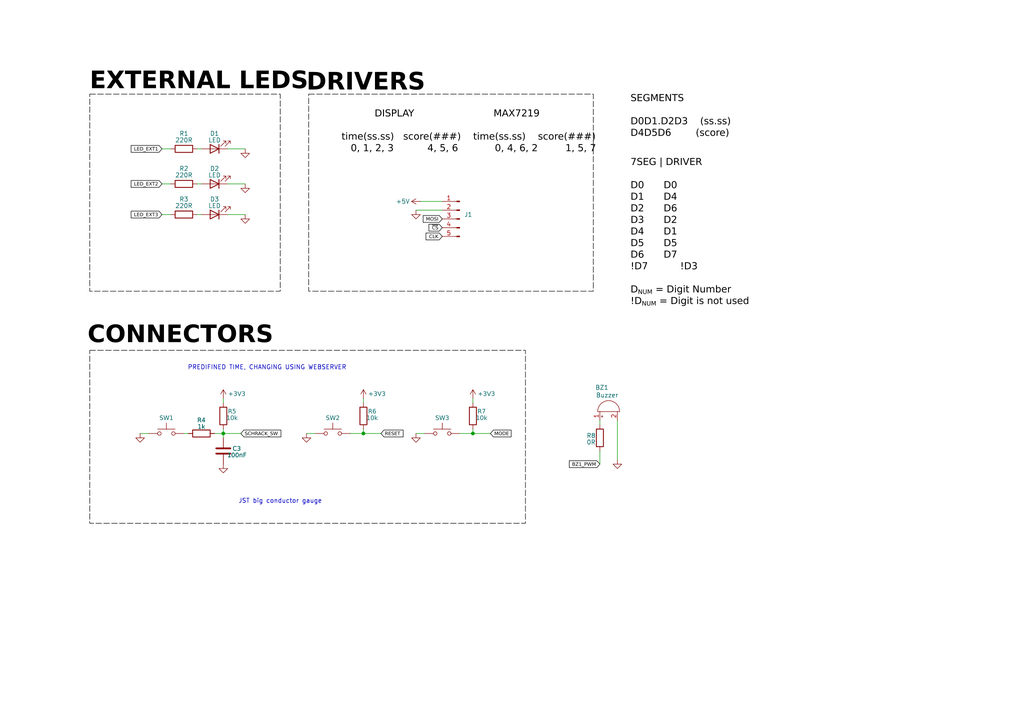
<source format=kicad_sch>
(kicad_sch (version 20231120) (generator "eeschema") (generator_version "8.0")
  (paper "A4")
  (title_block (title "SchrackStopwatch") (date "2024-08-14") (rev "v.1.0.0") (company "SPS NA PROSEKU") (comment 1 "SAVVA POPOV"))
  (lib_symbols
    (symbol "Connector:Conn_01x05_Pin" (pin_names (offset 1.016) hide)
      (property "Reference" "J" (at 0 7.62 0))
      (property "Value" "Conn_01x05_Pin" (at 0 -7.62 0))
      (symbol "Conn_01x05_Pin_1_1"
        (polyline (pts (xy 1.27 -5.08) (xy 0.8636 -5.08)) (stroke (width 0.1524)))
        (polyline (pts (xy 1.27 -2.54) (xy 0.8636 -2.54)) (stroke (width 0.1524)))
        (polyline (pts (xy 1.27 0) (xy 0.8636 0)) (stroke (width 0.1524)))
        (polyline (pts (xy 1.27 2.54) (xy 0.8636 2.54)) (stroke (width 0.1524)))
        (polyline (pts (xy 1.27 5.08) (xy 0.8636 5.08)) (stroke (width 0.1524)))
        (rectangle (start 0.8636 -4.953) (end 0 -5.207) (stroke (width 0.1524)) (fill (type outline)))
        (rectangle (start 0.8636 -2.413) (end 0 -2.667) (stroke (width 0.1524)) (fill (type outline)))
        (rectangle (start 0.8636 0.127) (end 0 -0.127) (stroke (width 0.1524)) (fill (type outline)))
        (rectangle (start 0.8636 2.667) (end 0 2.413) (stroke (width 0.1524)) (fill (type outline)))
        (rectangle (start 0.8636 5.207) (end 0 4.953) (stroke (width 0.1524)) (fill (type outline)))
        (pin passive line (at 5.08 5.08 180) (length 3.81) (name "Pin_1") (number "1"))
        (pin passive line (at 5.08 2.54 180) (length 3.81) (name "Pin_2") (number "2"))
        (pin passive line (at 5.08 0 180) (length 3.81) (name "Pin_3") (number "3"))
        (pin passive line (at 5.08 -2.54 180) (length 3.81) (name "Pin_4") (number "4"))
        (pin passive line (at 5.08 -5.08 180) (length 3.81) (name "Pin_5") (number "5"))
      )
    )
    (symbol "Device:Buzzer" (pin_names (offset 0.0254) hide)
      (property "Reference" "BZ" (at 3.81 1.27 0))
      (property "Value" "Buzzer" (at 3.81 -1.27 0))
      (symbol "Buzzer_0_1"
        (arc (start 0 -3.175) (mid 3.1612 0) (end 0 3.175))
        (polyline (pts (xy -1.651 1.905) (xy -1.143 1.905)))
        (polyline (pts (xy -1.397 2.159) (xy -1.397 1.651)))
        (polyline (pts (xy 0 3.175) (xy 0 -3.175)))
      )
      (symbol "Buzzer_1_1"
        (pin passive line (at -2.54 2.54 0) (length 2.54) (name "+") (number "1"))
        (pin passive line (at -2.54 -2.54 0) (length 2.54) (name "-") (number "2"))
      )
    )
    (symbol "Device:C" (pin_numbers hide) (pin_names (offset 0.254))
      (property "Reference" "C" (at 0.635 2.54 0))
      (property "Value" "C" (at 0.635 -2.54 0))
      (symbol "C_0_1"
        (polyline (pts (xy -2.032 -0.762) (xy 2.032 -0.762)) (stroke (width 0.508)))
        (polyline (pts (xy -2.032 0.762) (xy 2.032 0.762)) (stroke (width 0.508)))
      )
      (symbol "C_1_1"
        (pin passive line (at 0 3.81 270) (length 2.794) (name "~") (number "1"))
        (pin passive line (at 0 -3.81 90) (length 2.794) (name "~") (number "2"))
      )
    )
    (symbol "Device:LED" (pin_numbers hide) (pin_names (offset 1.016) hide)
      (property "Reference" "D" (at 0 2.54 0))
      (property "Value" "LED" (at 0 -2.54 0))
      (symbol "LED_0_1"
        (polyline (pts (xy -1.27 -1.27) (xy -1.27 1.27)) (stroke (width 0.254)))
        (polyline (pts (xy -1.27 0) (xy 1.27 0)))
        (polyline (pts (xy 1.27 -1.27) (xy 1.27 1.27) (xy -1.27 0) (xy 1.27 -1.27)) (stroke (width 0.254)))
        (polyline (pts (xy -3.048 -0.762) (xy -4.572 -2.286) (xy -3.81 -2.286) (xy -4.572 -2.286) (xy -4.572 -1.524)))
        (polyline (pts (xy -1.778 -0.762) (xy -3.302 -2.286) (xy -2.54 -2.286) (xy -3.302 -2.286) (xy -3.302 -1.524)))
      )
      (symbol "LED_1_1"
        (pin passive line (at -3.81 0 0) (length 2.54) (name "K") (number "1"))
        (pin passive line (at 3.81 0 180) (length 2.54) (name "A") (number "2"))
      )
    )
    (symbol "Device:R" (pin_numbers hide) (pin_names (offset 0))
      (property "Reference" "R" (at 2.032 0 90))
      (property "Value" "R" (at 0 0 90))
      (symbol "R_0_1"
        (rectangle (start -1.016 -2.54) (end 1.016 2.54) (stroke (width 0.254)))
      )
      (symbol "R_1_1"
        (pin passive line (at 0 3.81 270) (length 1.27) (name "~") (number "1"))
        (pin passive line (at 0 -3.81 90) (length 1.27) (name "~") (number "2"))
      )
    )
    (symbol "Switch:SW_Push" (pin_numbers hide) (pin_names (offset 1.016) hide)
      (property "Reference" "SW" (at 1.27 2.54 0))
      (property "Value" "SW_Push" (at 0 -1.524 0))
      (symbol "SW_Push_0_1"
        (circle (center -2.032 0) (radius 0.508))
        (polyline (pts (xy 0 1.27) (xy 0 3.048)))
        (polyline (pts (xy 2.54 1.27) (xy -2.54 1.27)))
        (circle (center 2.032 0) (radius 0.508))
        (pin passive line (at -5.08 0 0) (length 2.54) (name "1") (number "1"))
        (pin passive line (at 5.08 0 180) (length 2.54) (name "2") (number "2"))
      )
    )
    (symbol "power:+3V3" (power) (pin_names (offset 0))
      (property "Value" "+3V3" (at 0 3.556 0))
      (symbol "+3V3_0_1"
        (polyline (pts (xy -0.762 1.27) (xy 0 2.54)))
        (polyline (pts (xy 0 0) (xy 0 2.54)))
        (polyline (pts (xy 0 2.54) (xy 0.762 1.27)))
      )
      (symbol "+3V3_1_1"
        (pin power_in line (at 0 0 90) (length 0) hide (name "+3V3") (number "1"))
      )
    )
    (symbol "power:+5V" (power) (pin_numbers hide) (pin_names (offset 0) hide)
      (property "Value" "+5V" (at 0 3.556 0))
      (symbol "+5V_0_1"
        (polyline (pts (xy -0.762 1.27) (xy 0 2.54)))
        (polyline (pts (xy 0 0) (xy 0 2.54)))
        (polyline (pts (xy 0 2.54) (xy 0.762 1.27)))
      )
      (symbol "+5V_1_1"
        (pin power_in line (at 0 0 90) (length 0) (name "~") (number "1"))
      )
    )
    (symbol "power:GND" (power) (pin_names (offset 0))
      (property "Value" "GND" (at 0 -3.81 0))
      (symbol "GND_0_1"
        (polyline (pts (xy 0 0) (xy 0 -1.27) (xy 1.27 -1.27) (xy 0 -2.54) (xy -1.27 -1.27) (xy 0 -1.27)))
      )
      (symbol "GND_1_1"
        (pin power_in line (at 0 0 270) (length 0) hide (name "GND") (number "1"))
      )
    )
  )
  (junction (at 137.16 125.73))
  (junction (at 105.41 125.73))
  (junction (at 64.77 125.73))
  (wire (pts (xy 105.41 124.46) (xy 105.41 125.73)))
  (wire (pts (xy 64.77 127) (xy 64.77 125.73)))
  (wire (pts (xy 88.9 125.73) (xy 91.44 125.73)))
  (wire (pts (xy 133.35 125.73) (xy 137.16 125.73)))
  (wire (pts (xy 62.23 125.73) (xy 64.77 125.73)))
  (wire (pts (xy 66.04 43.18) (xy 71.12 43.18)))
  (wire (pts (xy 179.07 133.35) (xy 179.07 121.92)))
  (wire (pts (xy 57.15 43.18) (xy 58.42 43.18)))
  (wire (pts (xy 121.92 58.42) (xy 128.27 58.42)))
  (wire (pts (xy 137.16 115.57) (xy 137.16 116.84)))
  (wire (pts (xy 142.24 125.73) (xy 137.16 125.73)))
  (wire (pts (xy 57.15 53.34) (xy 58.42 53.34)))
  (wire (pts (xy 49.53 62.23) (xy 46.99 62.23)))
  (wire (pts (xy 120.65 60.96) (xy 128.27 60.96)))
  (wire (pts (xy 173.99 123.19) (xy 173.99 121.92)))
  (wire (pts (xy 53.34 125.73) (xy 54.61 125.73)))
  (wire (pts (xy 137.16 124.46) (xy 137.16 125.73)))
  (wire (pts (xy 101.6 125.73) (xy 105.41 125.73)))
  (wire (pts (xy 110.49 125.73) (xy 105.41 125.73)))
  (wire (pts (xy 40.64 125.73) (xy 43.18 125.73)))
  (wire (pts (xy 69.85 125.73) (xy 64.77 125.73)))
  (wire (pts (xy 173.99 134.62) (xy 173.99 130.81)))
  (wire (pts (xy 105.41 115.57) (xy 105.41 116.84)))
  (wire (pts (xy 64.77 124.46) (xy 64.77 125.73)))
  (wire (pts (xy 46.99 43.18) (xy 49.53 43.18)))
  (wire (pts (xy 57.15 62.23) (xy 58.42 62.23)))
  (wire (pts (xy 120.65 125.73) (xy 123.19 125.73)))
  (wire (pts (xy 66.04 62.23) (xy 71.12 62.23)))
  (wire (pts (xy 66.04 53.34) (xy 71.12 53.34)))
  (wire (pts (xy 49.53 53.34) (xy 46.99 53.34)))
  (wire (pts (xy 64.77 115.57) (xy 64.77 116.84)))
  (rectangle (start 26.035 27.305) (end 81.28 84.455) (stroke (width 0) (type dash) (color 0 0 0 1)))
  (rectangle (start 26.035 101.6) (end 152.4 151.765) (stroke (width 0) (type dash) (color 0 0 0 1)))
  (rectangle (start 89.535 27.305) (end 172.085 84.455) (stroke (width 0) (type dash) (color 0 0 0 1)))
  (text "		DISPLAY            			 MAX7219\n\ntime(ss.ss)   score(###)    time(ss.ss)    score(###)\n   0, 1, 2, 3           4, 5, 6            0, 4, 6, 2         1, 5, 7" (at 99.06 38.735 0) (effects (font (size 2 2)) (justify left)))
  (text "DRIVERS" (at 88.9 25.4 0) (effects (font (size 5 5) (thickness 1.2) (bold yes)) (justify left)))
  (text "PREDIFINED TIME, CHANGING USING WEBSERVER" (at 77.47 106.68 0) (effects (font (size 1.27 1.27))))
  (text "CONNECTORS" (at 25.4 101.6 0) (effects (font (size 5 5) (bold yes)) (justify left bottom)))
  (text "7SEG | DRIVER\n\nD0		D0\nD1		D4\nD2		D6\nD3		D2\nD4		D1\nD5		D5\nD6		D7\n!D7		!D3\n\nD_{NUM} = Digit Number\n!D_{NUM} = Digit is not used\n" (at 182.88 67.945 0) (effects (font (size 2 2)) (justify left)))
  (text "SEGMENTS \n\nD0D1.D2D3    (ss.ss)\nD4D5D6        (score)\n" (at 182.88 34.29 0) (effects (font (size 2 2)) (justify left)))
  (text "JST big conductor gauge" (at 81.28 145.415 0) (effects (font (size 1.27 1.27))))
  (text "EXTERNAL LEDS" (at 26.035 27.94 0) (effects (font (size 5 5) (bold yes)) (justify left bottom)))
  (global_label "SCHRACK_SW" (shape input) (at 69.85 125.73 0) (effects (font (size 1 1))) (property "Intersheetrefs" "${INTERSHEET_REFS}" (effects (hide yes))))
  (global_label "RESET" (shape input) (at 110.49 125.73 0) (effects (font (size 1 1))) (property "Intersheetrefs" "${INTERSHEET_REFS}" (effects (hide yes))))
  (global_label "LED_EXT2" (shape input) (at 46.99 53.34 180) (effects (font (size 1 1))) (property "Intersheetrefs" "${INTERSHEET_REFS}" (effects (hide yes))))
  (global_label "LED_EXT3" (shape input) (at 46.99 62.23 180) (effects (font (size 1 1))) (property "Intersheetrefs" "${INTERSHEET_REFS}" (effects (hide yes))))
  (global_label "BZ1_PWM" (shape input) (at 173.99 134.62 180) (effects (font (size 1 1))) (property "Intersheetrefs" "${INTERSHEET_REFS}" (effects (hide yes))))
  (global_label "MODE" (shape input) (at 142.24 125.73 0) (effects (font (size 1 1))) (property "Intersheetrefs" "${INTERSHEET_REFS}" (effects (hide yes))))
  (global_label "CLK" (shape input) (at 128.27 68.58 180) (effects (font (size 1 1))) (property "Intersheetrefs" "${INTERSHEET_REFS}" (effects (hide yes))))
  (global_label "~{CS}" (shape input) (at 128.27 66.04 180) (effects (font (size 1 1))) (property "Intersheetrefs" "${INTERSHEET_REFS}" (effects (hide yes))))
  (global_label "MOSI" (shape input) (at 128.27 63.5 180) (effects (font (size 1 1))) (property "Intersheetrefs" "${INTERSHEET_REFS}" (effects (hide yes))))
  (global_label "LED_EXT1" (shape input) (at 46.99 43.18 180) (effects (font (size 1 1))) (property "Intersheetrefs" "${INTERSHEET_REFS}" (effects (hide yes))))
  (symbol (lib_id "power:GND") (at 71.12 53.34 0) (unit 1)
    (property "Reference" "#PWR07" (effects (hide yes)))
    (property "Value" "GND" (effects (hide yes)))
  )
  (symbol (lib_id "Switch:SW_Push") (at 96.52 125.73 0) (unit 1)
    (property "Reference" "SW2" (at 96.52 121.285 0))
    (property "Value" "SW_Push" (effects (hide yes)))
    (property "Footprint" "Button_Switch_THT:SW_PUSH_6mm_H5mm" (effects (hide yes)))
  )
  (symbol (lib_id "Device:R") (at 137.16 120.65 180) (unit 1)
    (property "Reference" "R7" (at 139.7 119.38 0))
    (property "Value" "10k" (at 139.7 121.285 0))
    (property "Footprint" "Resistor_THT:R_Axial_DIN0207_L6.3mm_D2.5mm_P10.16mm_Horizontal" (effects (hide yes)))
  )
  (symbol (lib_id "power:GND") (at 71.12 43.18 0) (unit 1)
    (property "Reference" "#PWR06" (effects (hide yes)))
    (property "Value" "GND" (effects (hide yes)))
  )
  (symbol (lib_id "power:GND") (at 71.12 62.23 0) (unit 1)
    (property "Reference" "#PWR08" (effects (hide yes)))
    (property "Value" "GND" (effects (hide yes)))
  )
  (symbol (lib_id "power:GND") (at 64.77 134.62 0) (unit 1)
    (property "Reference" "#PWR05" (effects (hide yes)))
    (property "Value" "GND" (effects (hide yes)))
  )
  (symbol (lib_id "power:+3V3") (at 137.16 115.57 0) (unit 1)
    (property "Reference" "#PWR014" (effects (hide yes)))
    (property "Value" "+3V3" (at 138.43 114.3 0) (effects (justify left)))
  )
  (symbol (lib_id "Device:LED") (at 62.23 43.18 180) (unit 1)
    (property "Reference" "D1" (at 62.23 38.735 0))
    (property "Value" "LED" (at 62.23 40.64 0))
    (property "Footprint" "LED_THT:LED_D5.0mm" (effects (hide yes)))
    (property "Description" "Light emitting diode" (effects (hide yes)))
  )
  (symbol (lib_id "power:+5V") (at 121.92 58.42 90) (unit 1)
    (property "Reference" "#PWR013" (effects (hide yes)))
    (property "Value" "+5V" (at 116.84 58.42 90))
    (property "Description" "Power symbol creates a global label with name \"+5V\"" (effects (hide yes)))
  )
  (symbol (lib_id "Switch:SW_Push") (at 48.26 125.73 0) (unit 1)
    (property "Reference" "SW1" (at 48.26 121.285 0))
    (property "Value" "SW_Push" (effects (hide yes)))
    (property "Footprint" "Schrack_brd:SOLDER_PADS" (effects (hide yes)))
  )
  (symbol (lib_id "power:GND") (at 179.07 133.35 0) (unit 1)
    (property "Reference" "#PWR015" (effects (hide yes)))
    (property "Value" "GND" (effects (hide yes)))
  )
  (symbol (lib_id "Device:R") (at 105.41 120.65 180) (unit 1)
    (property "Reference" "R6" (at 107.95 119.38 0))
    (property "Value" "10k" (at 107.95 121.285 0))
    (property "Footprint" "Resistor_THT:R_Axial_DIN0207_L6.3mm_D2.5mm_P10.16mm_Horizontal" (effects (hide yes)))
  )
  (symbol (lib_id "power:GND") (at 88.9 125.73 0) (unit 1)
    (property "Reference" "#PWR09" (effects (hide yes)))
    (property "Value" "GND" (effects (hide yes)))
  )
  (symbol (lib_id "Device:R") (at 53.34 53.34 270) (mirror x) (unit 1)
    (property "Reference" "R2" (at 53.34 48.895 90))
    (property "Value" "220R" (at 53.34 50.8 90))
    (property "Footprint" "Resistor_THT:R_Axial_DIN0207_L6.3mm_D2.5mm_P10.16mm_Horizontal" (effects (hide yes)))
    (property "Description" "Resistor" (effects (hide yes)))
  )
  (symbol (lib_id "Device:R") (at 64.77 120.65 180) (unit 1)
    (property "Reference" "R5" (at 67.31 119.38 0))
    (property "Value" "10k" (at 67.31 121.285 0))
    (property "Footprint" "Resistor_THT:R_Axial_DIN0207_L6.3mm_D2.5mm_P10.16mm_Horizontal" (effects (hide yes)))
  )
  (symbol (lib_id "Connector:Conn_01x05_Pin") (at 133.35 63.5 0) (mirror y) (unit 1)
    (property "Reference" "J1" (at 134.62 62.2299 0) (effects (justify right)))
    (property "Value" "Conn_01x05_Pin" (effects (hide yes)))
    (property "Footprint" "Connector_PinHeader_2.54mm:PinHeader_1x05_P2.54mm_Vertical" (effects (hide yes)))
    (property "Description" "Generic connector, single row, 01x05, script generated" (effects (hide yes)))
  )
  (symbol (lib_id "Device:R") (at 53.34 62.23 270) (mirror x) (unit 1)
    (property "Reference" "R3" (at 53.34 57.785 90))
    (property "Value" "220R" (at 53.34 59.69 90))
    (property "Footprint" "Resistor_THT:R_Axial_DIN0207_L6.3mm_D2.5mm_P10.16mm_Horizontal" (effects (hide yes)))
    (property "Description" "Resistor" (effects (hide yes)))
  )
  (symbol (lib_id "Device:R") (at 173.99 127 180) (unit 1)
    (property "Reference" "R8" (at 171.45 126.365 0))
    (property "Value" "0R" (at 171.45 128.27 0))
    (property "Footprint" "Resistor_THT:R_Axial_DIN0207_L6.3mm_D2.5mm_P10.16mm_Horizontal" (effects (hide yes)))
    (property "Description" "Resistor" (effects (hide yes)))
  )
  (symbol (lib_id "power:+3V3") (at 64.77 115.57 0) (unit 1)
    (property "Reference" "#PWR04" (effects (hide yes)))
    (property "Value" "+3V3" (at 66.04 114.3 0) (effects (justify left)))
  )
  (symbol (lib_id "power:GND") (at 120.65 125.73 0) (unit 1)
    (property "Reference" "#PWR012" (effects (hide yes)))
    (property "Value" "GND" (effects (hide yes)))
  )
  (symbol (lib_id "power:+3V3") (at 105.41 115.57 0) (unit 1)
    (property "Reference" "#PWR010" (effects (hide yes)))
    (property "Value" "+3V3" (at 106.68 114.3 0) (effects (justify left)))
  )
  (symbol (lib_id "Device:LED") (at 62.23 62.23 180) (unit 1)
    (property "Reference" "D3" (at 62.23 57.785 0))
    (property "Value" "LED" (at 62.23 59.69 0))
    (property "Footprint" "LED_THT:LED_D5.0mm" (effects (hide yes)))
    (property "Description" "Light emitting diode" (effects (hide yes)))
  )
  (symbol (lib_id "power:GND") (at 40.64 125.73 0) (unit 1)
    (property "Reference" "#PWR03" (effects (hide yes)))
    (property "Value" "GND" (effects (hide yes)))
  )
  (symbol (lib_id "power:GND") (at 120.65 60.96 0) (unit 1)
    (property "Reference" "#PWR011" (effects (hide yes)))
    (property "Value" "GND" (effects (hide yes)))
  )
  (symbol (lib_id "Device:R") (at 58.42 125.73 270) (unit 1)
    (property "Reference" "R4" (at 58.42 121.92 90))
    (property "Value" "1k" (at 58.42 123.825 90))
    (property "Footprint" "Resistor_THT:R_Axial_DIN0207_L6.3mm_D2.5mm_P10.16mm_Horizontal" (effects (hide yes)))
  )
  (symbol (lib_id "Device:Buzzer") (at 176.53 119.38 90) (unit 1)
    (property "Reference" "BZ1" (at 176.53 112.395 90) (effects (justify left)))
    (property "Value" "Buzzer" (at 179.3875 114.6176 90) (effects (justify left)))
    (property "Footprint" "Buzzer_Beeper:Buzzer_15x7.5RM7.6" (effects (hide yes)))
    (property "Datasheet" "https://cz.mouser.com/ProductDetail/CUI-Devices/CPT-1625-80-SMT-TR?qs=P1JMDcb91o43eCFIymFs3Q%3D%3D" (effects (hide yes)))
    (property "Description" "Buzzer, polarized" (effects (hide yes)))
  )
  (symbol (lib_id "Switch:SW_Push") (at 128.27 125.73 0) (unit 1)
    (property "Reference" "SW3" (at 128.27 121.285 0))
    (property "Value" "SW_Push" (effects (hide yes)))
    (property "Footprint" "Button_Switch_THT:SW_PUSH_6mm_H5mm" (effects (hide yes)))
  )
  (symbol (lib_id "Device:C") (at 64.77 130.81 180) (unit 1)
    (property "Reference" "C3" (at 69.85 130.175 0) (effects (justify left)))
    (property "Value" "100nF" (at 71.755 132.08 0) (effects (justify left)))
    (property "Footprint" "Capacitor_THT:C_Disc_D6.0mm_W2.5mm_P5.00mm" (effects (hide yes)))
  )
  (symbol (lib_id "Device:LED") (at 62.23 53.34 180) (unit 1)
    (property "Reference" "D2" (at 62.23 48.895 0))
    (property "Value" "LED" (at 62.23 50.8 0))
    (property "Footprint" "LED_THT:LED_D5.0mm" (effects (hide yes)))
    (property "Description" "Light emitting diode" (effects (hide yes)))
  )
  (symbol (lib_id "Device:R") (at 53.34 43.18 270) (mirror x) (unit 1)
    (property "Reference" "R1" (at 53.34 38.735 90))
    (property "Value" "220R" (at 53.34 40.64 90))
    (property "Footprint" "Resistor_THT:R_Axial_DIN0207_L6.3mm_D2.5mm_P10.16mm_Horizontal" (effects (hide yes)))
    (property "Description" "Resistor" (effects (hide yes)))
  )
)
</source>
